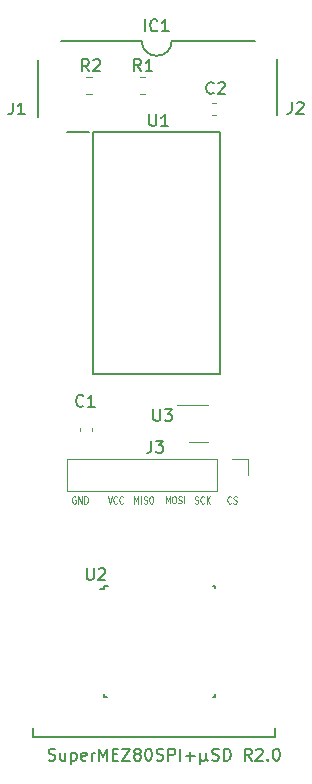
<source format=gto>
%TF.GenerationSoftware,KiCad,Pcbnew,7.0.5*%
%TF.CreationDate,2023-07-19T21:52:06+09:00*%
%TF.ProjectId,MEZ80SPI_NOEX,4d455a38-3053-4504-995f-4e4f45582e6b,2.0*%
%TF.SameCoordinates,PX6e3c370PY76b1be0*%
%TF.FileFunction,Legend,Top*%
%TF.FilePolarity,Positive*%
%FSLAX46Y46*%
G04 Gerber Fmt 4.6, Leading zero omitted, Abs format (unit mm)*
G04 Created by KiCad (PCBNEW 7.0.5) date 2023-07-19 21:52:06*
%MOMM*%
%LPD*%
G01*
G04 APERTURE LIST*
%ADD10C,0.150000*%
%ADD11C,0.100000*%
%ADD12C,0.120000*%
%ADD13C,0.200000*%
G04 APERTURE END LIST*
D10*
X24190000Y60150000D02*
X24190000Y55430000D01*
X24000000Y2750000D02*
X24000000Y3500000D01*
X5910000Y61720000D02*
X12710000Y61720000D01*
X12710000Y61720000D02*
G75*
G03*
X15250000Y61720000I1270000J0D01*
G01*
X3500000Y2750000D02*
X24000000Y2750000D01*
X3960000Y55270000D02*
X3960000Y60120000D01*
X3500000Y3500000D02*
X3500000Y2750000D01*
X15250000Y61720000D02*
X22300000Y61720000D01*
D11*
X14734836Y22548629D02*
X14734836Y23148629D01*
X14734836Y23148629D02*
X14901503Y22720058D01*
X14901503Y22720058D02*
X15068169Y23148629D01*
X15068169Y23148629D02*
X15068169Y22548629D01*
X15401503Y23148629D02*
X15496741Y23148629D01*
X15496741Y23148629D02*
X15544360Y23120058D01*
X15544360Y23120058D02*
X15591979Y23062915D01*
X15591979Y23062915D02*
X15615789Y22948629D01*
X15615789Y22948629D02*
X15615789Y22748629D01*
X15615789Y22748629D02*
X15591979Y22634343D01*
X15591979Y22634343D02*
X15544360Y22577200D01*
X15544360Y22577200D02*
X15496741Y22548629D01*
X15496741Y22548629D02*
X15401503Y22548629D01*
X15401503Y22548629D02*
X15353884Y22577200D01*
X15353884Y22577200D02*
X15306265Y22634343D01*
X15306265Y22634343D02*
X15282456Y22748629D01*
X15282456Y22748629D02*
X15282456Y22948629D01*
X15282456Y22948629D02*
X15306265Y23062915D01*
X15306265Y23062915D02*
X15353884Y23120058D01*
X15353884Y23120058D02*
X15401503Y23148629D01*
X15806266Y22577200D02*
X15877694Y22548629D01*
X15877694Y22548629D02*
X15996742Y22548629D01*
X15996742Y22548629D02*
X16044361Y22577200D01*
X16044361Y22577200D02*
X16068170Y22605772D01*
X16068170Y22605772D02*
X16091980Y22662915D01*
X16091980Y22662915D02*
X16091980Y22720058D01*
X16091980Y22720058D02*
X16068170Y22777200D01*
X16068170Y22777200D02*
X16044361Y22805772D01*
X16044361Y22805772D02*
X15996742Y22834343D01*
X15996742Y22834343D02*
X15901504Y22862915D01*
X15901504Y22862915D02*
X15853885Y22891486D01*
X15853885Y22891486D02*
X15830075Y22920058D01*
X15830075Y22920058D02*
X15806266Y22977200D01*
X15806266Y22977200D02*
X15806266Y23034343D01*
X15806266Y23034343D02*
X15830075Y23091486D01*
X15830075Y23091486D02*
X15853885Y23120058D01*
X15853885Y23120058D02*
X15901504Y23148629D01*
X15901504Y23148629D02*
X16020551Y23148629D01*
X16020551Y23148629D02*
X16091980Y23120058D01*
X16306265Y22548629D02*
X16306265Y23148629D01*
X9833408Y23138629D02*
X10000074Y22538629D01*
X10000074Y22538629D02*
X10166741Y23138629D01*
X10619121Y22595772D02*
X10595312Y22567200D01*
X10595312Y22567200D02*
X10523883Y22538629D01*
X10523883Y22538629D02*
X10476264Y22538629D01*
X10476264Y22538629D02*
X10404836Y22567200D01*
X10404836Y22567200D02*
X10357217Y22624343D01*
X10357217Y22624343D02*
X10333407Y22681486D01*
X10333407Y22681486D02*
X10309598Y22795772D01*
X10309598Y22795772D02*
X10309598Y22881486D01*
X10309598Y22881486D02*
X10333407Y22995772D01*
X10333407Y22995772D02*
X10357217Y23052915D01*
X10357217Y23052915D02*
X10404836Y23110058D01*
X10404836Y23110058D02*
X10476264Y23138629D01*
X10476264Y23138629D02*
X10523883Y23138629D01*
X10523883Y23138629D02*
X10595312Y23110058D01*
X10595312Y23110058D02*
X10619121Y23081486D01*
X11119121Y22595772D02*
X11095312Y22567200D01*
X11095312Y22567200D02*
X11023883Y22538629D01*
X11023883Y22538629D02*
X10976264Y22538629D01*
X10976264Y22538629D02*
X10904836Y22567200D01*
X10904836Y22567200D02*
X10857217Y22624343D01*
X10857217Y22624343D02*
X10833407Y22681486D01*
X10833407Y22681486D02*
X10809598Y22795772D01*
X10809598Y22795772D02*
X10809598Y22881486D01*
X10809598Y22881486D02*
X10833407Y22995772D01*
X10833407Y22995772D02*
X10857217Y23052915D01*
X10857217Y23052915D02*
X10904836Y23110058D01*
X10904836Y23110058D02*
X10976264Y23138629D01*
X10976264Y23138629D02*
X11023883Y23138629D01*
X11023883Y23138629D02*
X11095312Y23110058D01*
X11095312Y23110058D02*
X11119121Y23081486D01*
X12094836Y22538629D02*
X12094836Y23138629D01*
X12094836Y23138629D02*
X12261503Y22710058D01*
X12261503Y22710058D02*
X12428169Y23138629D01*
X12428169Y23138629D02*
X12428169Y22538629D01*
X12666265Y22538629D02*
X12666265Y23138629D01*
X12880551Y22567200D02*
X12951979Y22538629D01*
X12951979Y22538629D02*
X13071027Y22538629D01*
X13071027Y22538629D02*
X13118646Y22567200D01*
X13118646Y22567200D02*
X13142455Y22595772D01*
X13142455Y22595772D02*
X13166265Y22652915D01*
X13166265Y22652915D02*
X13166265Y22710058D01*
X13166265Y22710058D02*
X13142455Y22767200D01*
X13142455Y22767200D02*
X13118646Y22795772D01*
X13118646Y22795772D02*
X13071027Y22824343D01*
X13071027Y22824343D02*
X12975789Y22852915D01*
X12975789Y22852915D02*
X12928170Y22881486D01*
X12928170Y22881486D02*
X12904360Y22910058D01*
X12904360Y22910058D02*
X12880551Y22967200D01*
X12880551Y22967200D02*
X12880551Y23024343D01*
X12880551Y23024343D02*
X12904360Y23081486D01*
X12904360Y23081486D02*
X12928170Y23110058D01*
X12928170Y23110058D02*
X12975789Y23138629D01*
X12975789Y23138629D02*
X13094836Y23138629D01*
X13094836Y23138629D02*
X13166265Y23110058D01*
X13475788Y23138629D02*
X13571026Y23138629D01*
X13571026Y23138629D02*
X13618645Y23110058D01*
X13618645Y23110058D02*
X13666264Y23052915D01*
X13666264Y23052915D02*
X13690074Y22938629D01*
X13690074Y22938629D02*
X13690074Y22738629D01*
X13690074Y22738629D02*
X13666264Y22624343D01*
X13666264Y22624343D02*
X13618645Y22567200D01*
X13618645Y22567200D02*
X13571026Y22538629D01*
X13571026Y22538629D02*
X13475788Y22538629D01*
X13475788Y22538629D02*
X13428169Y22567200D01*
X13428169Y22567200D02*
X13380550Y22624343D01*
X13380550Y22624343D02*
X13356741Y22738629D01*
X13356741Y22738629D02*
X13356741Y22938629D01*
X13356741Y22938629D02*
X13380550Y23052915D01*
X13380550Y23052915D02*
X13428169Y23110058D01*
X13428169Y23110058D02*
X13475788Y23138629D01*
X7096741Y23110058D02*
X7049122Y23138629D01*
X7049122Y23138629D02*
X6977693Y23138629D01*
X6977693Y23138629D02*
X6906265Y23110058D01*
X6906265Y23110058D02*
X6858646Y23052915D01*
X6858646Y23052915D02*
X6834836Y22995772D01*
X6834836Y22995772D02*
X6811027Y22881486D01*
X6811027Y22881486D02*
X6811027Y22795772D01*
X6811027Y22795772D02*
X6834836Y22681486D01*
X6834836Y22681486D02*
X6858646Y22624343D01*
X6858646Y22624343D02*
X6906265Y22567200D01*
X6906265Y22567200D02*
X6977693Y22538629D01*
X6977693Y22538629D02*
X7025312Y22538629D01*
X7025312Y22538629D02*
X7096741Y22567200D01*
X7096741Y22567200D02*
X7120550Y22595772D01*
X7120550Y22595772D02*
X7120550Y22795772D01*
X7120550Y22795772D02*
X7025312Y22795772D01*
X7334836Y22538629D02*
X7334836Y23138629D01*
X7334836Y23138629D02*
X7620550Y22538629D01*
X7620550Y22538629D02*
X7620550Y23138629D01*
X7858646Y22538629D02*
X7858646Y23138629D01*
X7858646Y23138629D02*
X7977694Y23138629D01*
X7977694Y23138629D02*
X8049122Y23110058D01*
X8049122Y23110058D02*
X8096741Y23052915D01*
X8096741Y23052915D02*
X8120551Y22995772D01*
X8120551Y22995772D02*
X8144360Y22881486D01*
X8144360Y22881486D02*
X8144360Y22795772D01*
X8144360Y22795772D02*
X8120551Y22681486D01*
X8120551Y22681486D02*
X8096741Y22624343D01*
X8096741Y22624343D02*
X8049122Y22567200D01*
X8049122Y22567200D02*
X7977694Y22538629D01*
X7977694Y22538629D02*
X7858646Y22538629D01*
D10*
X12996779Y62520181D02*
X12996779Y63520181D01*
X14044397Y62615420D02*
X13996778Y62567800D01*
X13996778Y62567800D02*
X13853921Y62520181D01*
X13853921Y62520181D02*
X13758683Y62520181D01*
X13758683Y62520181D02*
X13615826Y62567800D01*
X13615826Y62567800D02*
X13520588Y62663039D01*
X13520588Y62663039D02*
X13472969Y62758277D01*
X13472969Y62758277D02*
X13425350Y62948753D01*
X13425350Y62948753D02*
X13425350Y63091610D01*
X13425350Y63091610D02*
X13472969Y63282086D01*
X13472969Y63282086D02*
X13520588Y63377324D01*
X13520588Y63377324D02*
X13615826Y63472562D01*
X13615826Y63472562D02*
X13758683Y63520181D01*
X13758683Y63520181D02*
X13853921Y63520181D01*
X13853921Y63520181D02*
X13996778Y63472562D01*
X13996778Y63472562D02*
X14044397Y63424943D01*
X14996778Y62520181D02*
X14425350Y62520181D01*
X14711064Y62520181D02*
X14711064Y63520181D01*
X14711064Y63520181D02*
X14615826Y63377324D01*
X14615826Y63377324D02*
X14520588Y63282086D01*
X14520588Y63282086D02*
X14425350Y63234467D01*
D11*
X17201027Y22567200D02*
X17272455Y22538629D01*
X17272455Y22538629D02*
X17391503Y22538629D01*
X17391503Y22538629D02*
X17439122Y22567200D01*
X17439122Y22567200D02*
X17462931Y22595772D01*
X17462931Y22595772D02*
X17486741Y22652915D01*
X17486741Y22652915D02*
X17486741Y22710058D01*
X17486741Y22710058D02*
X17462931Y22767200D01*
X17462931Y22767200D02*
X17439122Y22795772D01*
X17439122Y22795772D02*
X17391503Y22824343D01*
X17391503Y22824343D02*
X17296265Y22852915D01*
X17296265Y22852915D02*
X17248646Y22881486D01*
X17248646Y22881486D02*
X17224836Y22910058D01*
X17224836Y22910058D02*
X17201027Y22967200D01*
X17201027Y22967200D02*
X17201027Y23024343D01*
X17201027Y23024343D02*
X17224836Y23081486D01*
X17224836Y23081486D02*
X17248646Y23110058D01*
X17248646Y23110058D02*
X17296265Y23138629D01*
X17296265Y23138629D02*
X17415312Y23138629D01*
X17415312Y23138629D02*
X17486741Y23110058D01*
X17986740Y22595772D02*
X17962931Y22567200D01*
X17962931Y22567200D02*
X17891502Y22538629D01*
X17891502Y22538629D02*
X17843883Y22538629D01*
X17843883Y22538629D02*
X17772455Y22567200D01*
X17772455Y22567200D02*
X17724836Y22624343D01*
X17724836Y22624343D02*
X17701026Y22681486D01*
X17701026Y22681486D02*
X17677217Y22795772D01*
X17677217Y22795772D02*
X17677217Y22881486D01*
X17677217Y22881486D02*
X17701026Y22995772D01*
X17701026Y22995772D02*
X17724836Y23052915D01*
X17724836Y23052915D02*
X17772455Y23110058D01*
X17772455Y23110058D02*
X17843883Y23138629D01*
X17843883Y23138629D02*
X17891502Y23138629D01*
X17891502Y23138629D02*
X17962931Y23110058D01*
X17962931Y23110058D02*
X17986740Y23081486D01*
X18201026Y22538629D02*
X18201026Y23138629D01*
X18486740Y22538629D02*
X18272455Y22881486D01*
X18486740Y23138629D02*
X18201026Y22795772D01*
D10*
X4819160Y827800D02*
X4962017Y780181D01*
X4962017Y780181D02*
X5200112Y780181D01*
X5200112Y780181D02*
X5295350Y827800D01*
X5295350Y827800D02*
X5342969Y875420D01*
X5342969Y875420D02*
X5390588Y970658D01*
X5390588Y970658D02*
X5390588Y1065896D01*
X5390588Y1065896D02*
X5342969Y1161134D01*
X5342969Y1161134D02*
X5295350Y1208753D01*
X5295350Y1208753D02*
X5200112Y1256372D01*
X5200112Y1256372D02*
X5009636Y1303991D01*
X5009636Y1303991D02*
X4914398Y1351610D01*
X4914398Y1351610D02*
X4866779Y1399229D01*
X4866779Y1399229D02*
X4819160Y1494467D01*
X4819160Y1494467D02*
X4819160Y1589705D01*
X4819160Y1589705D02*
X4866779Y1684943D01*
X4866779Y1684943D02*
X4914398Y1732562D01*
X4914398Y1732562D02*
X5009636Y1780181D01*
X5009636Y1780181D02*
X5247731Y1780181D01*
X5247731Y1780181D02*
X5390588Y1732562D01*
X6247731Y1446848D02*
X6247731Y780181D01*
X5819160Y1446848D02*
X5819160Y923039D01*
X5819160Y923039D02*
X5866779Y827800D01*
X5866779Y827800D02*
X5962017Y780181D01*
X5962017Y780181D02*
X6104874Y780181D01*
X6104874Y780181D02*
X6200112Y827800D01*
X6200112Y827800D02*
X6247731Y875420D01*
X6723922Y1446848D02*
X6723922Y446848D01*
X6723922Y1399229D02*
X6819160Y1446848D01*
X6819160Y1446848D02*
X7009636Y1446848D01*
X7009636Y1446848D02*
X7104874Y1399229D01*
X7104874Y1399229D02*
X7152493Y1351610D01*
X7152493Y1351610D02*
X7200112Y1256372D01*
X7200112Y1256372D02*
X7200112Y970658D01*
X7200112Y970658D02*
X7152493Y875420D01*
X7152493Y875420D02*
X7104874Y827800D01*
X7104874Y827800D02*
X7009636Y780181D01*
X7009636Y780181D02*
X6819160Y780181D01*
X6819160Y780181D02*
X6723922Y827800D01*
X8009636Y827800D02*
X7914398Y780181D01*
X7914398Y780181D02*
X7723922Y780181D01*
X7723922Y780181D02*
X7628684Y827800D01*
X7628684Y827800D02*
X7581065Y923039D01*
X7581065Y923039D02*
X7581065Y1303991D01*
X7581065Y1303991D02*
X7628684Y1399229D01*
X7628684Y1399229D02*
X7723922Y1446848D01*
X7723922Y1446848D02*
X7914398Y1446848D01*
X7914398Y1446848D02*
X8009636Y1399229D01*
X8009636Y1399229D02*
X8057255Y1303991D01*
X8057255Y1303991D02*
X8057255Y1208753D01*
X8057255Y1208753D02*
X7581065Y1113515D01*
X8485827Y780181D02*
X8485827Y1446848D01*
X8485827Y1256372D02*
X8533446Y1351610D01*
X8533446Y1351610D02*
X8581065Y1399229D01*
X8581065Y1399229D02*
X8676303Y1446848D01*
X8676303Y1446848D02*
X8771541Y1446848D01*
X9104875Y780181D02*
X9104875Y1780181D01*
X9104875Y1780181D02*
X9438208Y1065896D01*
X9438208Y1065896D02*
X9771541Y1780181D01*
X9771541Y1780181D02*
X9771541Y780181D01*
X10247732Y1303991D02*
X10581065Y1303991D01*
X10723922Y780181D02*
X10247732Y780181D01*
X10247732Y780181D02*
X10247732Y1780181D01*
X10247732Y1780181D02*
X10723922Y1780181D01*
X11057256Y1780181D02*
X11723922Y1780181D01*
X11723922Y1780181D02*
X11057256Y780181D01*
X11057256Y780181D02*
X11723922Y780181D01*
X12247732Y1351610D02*
X12152494Y1399229D01*
X12152494Y1399229D02*
X12104875Y1446848D01*
X12104875Y1446848D02*
X12057256Y1542086D01*
X12057256Y1542086D02*
X12057256Y1589705D01*
X12057256Y1589705D02*
X12104875Y1684943D01*
X12104875Y1684943D02*
X12152494Y1732562D01*
X12152494Y1732562D02*
X12247732Y1780181D01*
X12247732Y1780181D02*
X12438208Y1780181D01*
X12438208Y1780181D02*
X12533446Y1732562D01*
X12533446Y1732562D02*
X12581065Y1684943D01*
X12581065Y1684943D02*
X12628684Y1589705D01*
X12628684Y1589705D02*
X12628684Y1542086D01*
X12628684Y1542086D02*
X12581065Y1446848D01*
X12581065Y1446848D02*
X12533446Y1399229D01*
X12533446Y1399229D02*
X12438208Y1351610D01*
X12438208Y1351610D02*
X12247732Y1351610D01*
X12247732Y1351610D02*
X12152494Y1303991D01*
X12152494Y1303991D02*
X12104875Y1256372D01*
X12104875Y1256372D02*
X12057256Y1161134D01*
X12057256Y1161134D02*
X12057256Y970658D01*
X12057256Y970658D02*
X12104875Y875420D01*
X12104875Y875420D02*
X12152494Y827800D01*
X12152494Y827800D02*
X12247732Y780181D01*
X12247732Y780181D02*
X12438208Y780181D01*
X12438208Y780181D02*
X12533446Y827800D01*
X12533446Y827800D02*
X12581065Y875420D01*
X12581065Y875420D02*
X12628684Y970658D01*
X12628684Y970658D02*
X12628684Y1161134D01*
X12628684Y1161134D02*
X12581065Y1256372D01*
X12581065Y1256372D02*
X12533446Y1303991D01*
X12533446Y1303991D02*
X12438208Y1351610D01*
X13247732Y1780181D02*
X13342970Y1780181D01*
X13342970Y1780181D02*
X13438208Y1732562D01*
X13438208Y1732562D02*
X13485827Y1684943D01*
X13485827Y1684943D02*
X13533446Y1589705D01*
X13533446Y1589705D02*
X13581065Y1399229D01*
X13581065Y1399229D02*
X13581065Y1161134D01*
X13581065Y1161134D02*
X13533446Y970658D01*
X13533446Y970658D02*
X13485827Y875420D01*
X13485827Y875420D02*
X13438208Y827800D01*
X13438208Y827800D02*
X13342970Y780181D01*
X13342970Y780181D02*
X13247732Y780181D01*
X13247732Y780181D02*
X13152494Y827800D01*
X13152494Y827800D02*
X13104875Y875420D01*
X13104875Y875420D02*
X13057256Y970658D01*
X13057256Y970658D02*
X13009637Y1161134D01*
X13009637Y1161134D02*
X13009637Y1399229D01*
X13009637Y1399229D02*
X13057256Y1589705D01*
X13057256Y1589705D02*
X13104875Y1684943D01*
X13104875Y1684943D02*
X13152494Y1732562D01*
X13152494Y1732562D02*
X13247732Y1780181D01*
X13962018Y827800D02*
X14104875Y780181D01*
X14104875Y780181D02*
X14342970Y780181D01*
X14342970Y780181D02*
X14438208Y827800D01*
X14438208Y827800D02*
X14485827Y875420D01*
X14485827Y875420D02*
X14533446Y970658D01*
X14533446Y970658D02*
X14533446Y1065896D01*
X14533446Y1065896D02*
X14485827Y1161134D01*
X14485827Y1161134D02*
X14438208Y1208753D01*
X14438208Y1208753D02*
X14342970Y1256372D01*
X14342970Y1256372D02*
X14152494Y1303991D01*
X14152494Y1303991D02*
X14057256Y1351610D01*
X14057256Y1351610D02*
X14009637Y1399229D01*
X14009637Y1399229D02*
X13962018Y1494467D01*
X13962018Y1494467D02*
X13962018Y1589705D01*
X13962018Y1589705D02*
X14009637Y1684943D01*
X14009637Y1684943D02*
X14057256Y1732562D01*
X14057256Y1732562D02*
X14152494Y1780181D01*
X14152494Y1780181D02*
X14390589Y1780181D01*
X14390589Y1780181D02*
X14533446Y1732562D01*
X14962018Y780181D02*
X14962018Y1780181D01*
X14962018Y1780181D02*
X15342970Y1780181D01*
X15342970Y1780181D02*
X15438208Y1732562D01*
X15438208Y1732562D02*
X15485827Y1684943D01*
X15485827Y1684943D02*
X15533446Y1589705D01*
X15533446Y1589705D02*
X15533446Y1446848D01*
X15533446Y1446848D02*
X15485827Y1351610D01*
X15485827Y1351610D02*
X15438208Y1303991D01*
X15438208Y1303991D02*
X15342970Y1256372D01*
X15342970Y1256372D02*
X14962018Y1256372D01*
X15962018Y780181D02*
X15962018Y1780181D01*
X16438208Y1161134D02*
X17200113Y1161134D01*
X16819160Y780181D02*
X16819160Y1542086D01*
X17676303Y1446848D02*
X17676303Y446848D01*
X18152493Y923039D02*
X18200112Y827800D01*
X18200112Y827800D02*
X18295350Y780181D01*
X17676303Y923039D02*
X17723922Y827800D01*
X17723922Y827800D02*
X17819160Y780181D01*
X17819160Y780181D02*
X18009636Y780181D01*
X18009636Y780181D02*
X18104874Y827800D01*
X18104874Y827800D02*
X18152493Y923039D01*
X18152493Y923039D02*
X18152493Y1446848D01*
X18676303Y827800D02*
X18819160Y780181D01*
X18819160Y780181D02*
X19057255Y780181D01*
X19057255Y780181D02*
X19152493Y827800D01*
X19152493Y827800D02*
X19200112Y875420D01*
X19200112Y875420D02*
X19247731Y970658D01*
X19247731Y970658D02*
X19247731Y1065896D01*
X19247731Y1065896D02*
X19200112Y1161134D01*
X19200112Y1161134D02*
X19152493Y1208753D01*
X19152493Y1208753D02*
X19057255Y1256372D01*
X19057255Y1256372D02*
X18866779Y1303991D01*
X18866779Y1303991D02*
X18771541Y1351610D01*
X18771541Y1351610D02*
X18723922Y1399229D01*
X18723922Y1399229D02*
X18676303Y1494467D01*
X18676303Y1494467D02*
X18676303Y1589705D01*
X18676303Y1589705D02*
X18723922Y1684943D01*
X18723922Y1684943D02*
X18771541Y1732562D01*
X18771541Y1732562D02*
X18866779Y1780181D01*
X18866779Y1780181D02*
X19104874Y1780181D01*
X19104874Y1780181D02*
X19247731Y1732562D01*
X19676303Y780181D02*
X19676303Y1780181D01*
X19676303Y1780181D02*
X19914398Y1780181D01*
X19914398Y1780181D02*
X20057255Y1732562D01*
X20057255Y1732562D02*
X20152493Y1637324D01*
X20152493Y1637324D02*
X20200112Y1542086D01*
X20200112Y1542086D02*
X20247731Y1351610D01*
X20247731Y1351610D02*
X20247731Y1208753D01*
X20247731Y1208753D02*
X20200112Y1018277D01*
X20200112Y1018277D02*
X20152493Y923039D01*
X20152493Y923039D02*
X20057255Y827800D01*
X20057255Y827800D02*
X19914398Y780181D01*
X19914398Y780181D02*
X19676303Y780181D01*
X22009636Y780181D02*
X21676303Y1256372D01*
X21438208Y780181D02*
X21438208Y1780181D01*
X21438208Y1780181D02*
X21819160Y1780181D01*
X21819160Y1780181D02*
X21914398Y1732562D01*
X21914398Y1732562D02*
X21962017Y1684943D01*
X21962017Y1684943D02*
X22009636Y1589705D01*
X22009636Y1589705D02*
X22009636Y1446848D01*
X22009636Y1446848D02*
X21962017Y1351610D01*
X21962017Y1351610D02*
X21914398Y1303991D01*
X21914398Y1303991D02*
X21819160Y1256372D01*
X21819160Y1256372D02*
X21438208Y1256372D01*
X22390589Y1684943D02*
X22438208Y1732562D01*
X22438208Y1732562D02*
X22533446Y1780181D01*
X22533446Y1780181D02*
X22771541Y1780181D01*
X22771541Y1780181D02*
X22866779Y1732562D01*
X22866779Y1732562D02*
X22914398Y1684943D01*
X22914398Y1684943D02*
X22962017Y1589705D01*
X22962017Y1589705D02*
X22962017Y1494467D01*
X22962017Y1494467D02*
X22914398Y1351610D01*
X22914398Y1351610D02*
X22342970Y780181D01*
X22342970Y780181D02*
X22962017Y780181D01*
X23390589Y875420D02*
X23438208Y827800D01*
X23438208Y827800D02*
X23390589Y780181D01*
X23390589Y780181D02*
X23342970Y827800D01*
X23342970Y827800D02*
X23390589Y875420D01*
X23390589Y875420D02*
X23390589Y780181D01*
X24057255Y1780181D02*
X24152493Y1780181D01*
X24152493Y1780181D02*
X24247731Y1732562D01*
X24247731Y1732562D02*
X24295350Y1684943D01*
X24295350Y1684943D02*
X24342969Y1589705D01*
X24342969Y1589705D02*
X24390588Y1399229D01*
X24390588Y1399229D02*
X24390588Y1161134D01*
X24390588Y1161134D02*
X24342969Y970658D01*
X24342969Y970658D02*
X24295350Y875420D01*
X24295350Y875420D02*
X24247731Y827800D01*
X24247731Y827800D02*
X24152493Y780181D01*
X24152493Y780181D02*
X24057255Y780181D01*
X24057255Y780181D02*
X23962017Y827800D01*
X23962017Y827800D02*
X23914398Y875420D01*
X23914398Y875420D02*
X23866779Y970658D01*
X23866779Y970658D02*
X23819160Y1161134D01*
X23819160Y1161134D02*
X23819160Y1399229D01*
X23819160Y1399229D02*
X23866779Y1589705D01*
X23866779Y1589705D02*
X23914398Y1684943D01*
X23914398Y1684943D02*
X23962017Y1732562D01*
X23962017Y1732562D02*
X24057255Y1780181D01*
D11*
X20280550Y22595772D02*
X20256741Y22567200D01*
X20256741Y22567200D02*
X20185312Y22538629D01*
X20185312Y22538629D02*
X20137693Y22538629D01*
X20137693Y22538629D02*
X20066265Y22567200D01*
X20066265Y22567200D02*
X20018646Y22624343D01*
X20018646Y22624343D02*
X19994836Y22681486D01*
X19994836Y22681486D02*
X19971027Y22795772D01*
X19971027Y22795772D02*
X19971027Y22881486D01*
X19971027Y22881486D02*
X19994836Y22995772D01*
X19994836Y22995772D02*
X20018646Y23052915D01*
X20018646Y23052915D02*
X20066265Y23110058D01*
X20066265Y23110058D02*
X20137693Y23138629D01*
X20137693Y23138629D02*
X20185312Y23138629D01*
X20185312Y23138629D02*
X20256741Y23110058D01*
X20256741Y23110058D02*
X20280550Y23081486D01*
X20471027Y22567200D02*
X20542455Y22538629D01*
X20542455Y22538629D02*
X20661503Y22538629D01*
X20661503Y22538629D02*
X20709122Y22567200D01*
X20709122Y22567200D02*
X20732931Y22595772D01*
X20732931Y22595772D02*
X20756741Y22652915D01*
X20756741Y22652915D02*
X20756741Y22710058D01*
X20756741Y22710058D02*
X20732931Y22767200D01*
X20732931Y22767200D02*
X20709122Y22795772D01*
X20709122Y22795772D02*
X20661503Y22824343D01*
X20661503Y22824343D02*
X20566265Y22852915D01*
X20566265Y22852915D02*
X20518646Y22881486D01*
X20518646Y22881486D02*
X20494836Y22910058D01*
X20494836Y22910058D02*
X20471027Y22967200D01*
X20471027Y22967200D02*
X20471027Y23024343D01*
X20471027Y23024343D02*
X20494836Y23081486D01*
X20494836Y23081486D02*
X20518646Y23110058D01*
X20518646Y23110058D02*
X20566265Y23138629D01*
X20566265Y23138629D02*
X20685312Y23138629D01*
X20685312Y23138629D02*
X20756741Y23110058D01*
D10*
X12653333Y59155181D02*
X12320000Y59631372D01*
X12081905Y59155181D02*
X12081905Y60155181D01*
X12081905Y60155181D02*
X12462857Y60155181D01*
X12462857Y60155181D02*
X12558095Y60107562D01*
X12558095Y60107562D02*
X12605714Y60059943D01*
X12605714Y60059943D02*
X12653333Y59964705D01*
X12653333Y59964705D02*
X12653333Y59821848D01*
X12653333Y59821848D02*
X12605714Y59726610D01*
X12605714Y59726610D02*
X12558095Y59678991D01*
X12558095Y59678991D02*
X12462857Y59631372D01*
X12462857Y59631372D02*
X12081905Y59631372D01*
X13605714Y59155181D02*
X13034286Y59155181D01*
X13320000Y59155181D02*
X13320000Y60155181D01*
X13320000Y60155181D02*
X13224762Y60012324D01*
X13224762Y60012324D02*
X13129524Y59917086D01*
X13129524Y59917086D02*
X13034286Y59869467D01*
X13526666Y27855181D02*
X13526666Y27140896D01*
X13526666Y27140896D02*
X13479047Y26998039D01*
X13479047Y26998039D02*
X13383809Y26902800D01*
X13383809Y26902800D02*
X13240952Y26855181D01*
X13240952Y26855181D02*
X13145714Y26855181D01*
X13907619Y27855181D02*
X14526666Y27855181D01*
X14526666Y27855181D02*
X14193333Y27474229D01*
X14193333Y27474229D02*
X14336190Y27474229D01*
X14336190Y27474229D02*
X14431428Y27426610D01*
X14431428Y27426610D02*
X14479047Y27378991D01*
X14479047Y27378991D02*
X14526666Y27283753D01*
X14526666Y27283753D02*
X14526666Y27045658D01*
X14526666Y27045658D02*
X14479047Y26950420D01*
X14479047Y26950420D02*
X14431428Y26902800D01*
X14431428Y26902800D02*
X14336190Y26855181D01*
X14336190Y26855181D02*
X14050476Y26855181D01*
X14050476Y26855181D02*
X13955238Y26902800D01*
X13955238Y26902800D02*
X13907619Y26950420D01*
X7773333Y30830420D02*
X7725714Y30782800D01*
X7725714Y30782800D02*
X7582857Y30735181D01*
X7582857Y30735181D02*
X7487619Y30735181D01*
X7487619Y30735181D02*
X7344762Y30782800D01*
X7344762Y30782800D02*
X7249524Y30878039D01*
X7249524Y30878039D02*
X7201905Y30973277D01*
X7201905Y30973277D02*
X7154286Y31163753D01*
X7154286Y31163753D02*
X7154286Y31306610D01*
X7154286Y31306610D02*
X7201905Y31497086D01*
X7201905Y31497086D02*
X7249524Y31592324D01*
X7249524Y31592324D02*
X7344762Y31687562D01*
X7344762Y31687562D02*
X7487619Y31735181D01*
X7487619Y31735181D02*
X7582857Y31735181D01*
X7582857Y31735181D02*
X7725714Y31687562D01*
X7725714Y31687562D02*
X7773333Y31639943D01*
X8725714Y30735181D02*
X8154286Y30735181D01*
X8440000Y30735181D02*
X8440000Y31735181D01*
X8440000Y31735181D02*
X8344762Y31592324D01*
X8344762Y31592324D02*
X8249524Y31497086D01*
X8249524Y31497086D02*
X8154286Y31449467D01*
X8065595Y17065181D02*
X8065595Y16255658D01*
X8065595Y16255658D02*
X8113214Y16160420D01*
X8113214Y16160420D02*
X8160833Y16112800D01*
X8160833Y16112800D02*
X8256071Y16065181D01*
X8256071Y16065181D02*
X8446547Y16065181D01*
X8446547Y16065181D02*
X8541785Y16112800D01*
X8541785Y16112800D02*
X8589404Y16160420D01*
X8589404Y16160420D02*
X8637023Y16255658D01*
X8637023Y16255658D02*
X8637023Y17065181D01*
X9065595Y16969943D02*
X9113214Y17017562D01*
X9113214Y17017562D02*
X9208452Y17065181D01*
X9208452Y17065181D02*
X9446547Y17065181D01*
X9446547Y17065181D02*
X9541785Y17017562D01*
X9541785Y17017562D02*
X9589404Y16969943D01*
X9589404Y16969943D02*
X9637023Y16874705D01*
X9637023Y16874705D02*
X9637023Y16779467D01*
X9637023Y16779467D02*
X9589404Y16636610D01*
X9589404Y16636610D02*
X9017976Y16065181D01*
X9017976Y16065181D02*
X9637023Y16065181D01*
X13698095Y30535181D02*
X13698095Y29725658D01*
X13698095Y29725658D02*
X13745714Y29630420D01*
X13745714Y29630420D02*
X13793333Y29582800D01*
X13793333Y29582800D02*
X13888571Y29535181D01*
X13888571Y29535181D02*
X14079047Y29535181D01*
X14079047Y29535181D02*
X14174285Y29582800D01*
X14174285Y29582800D02*
X14221904Y29630420D01*
X14221904Y29630420D02*
X14269523Y29725658D01*
X14269523Y29725658D02*
X14269523Y30535181D01*
X14650476Y30535181D02*
X15269523Y30535181D01*
X15269523Y30535181D02*
X14936190Y30154229D01*
X14936190Y30154229D02*
X15079047Y30154229D01*
X15079047Y30154229D02*
X15174285Y30106610D01*
X15174285Y30106610D02*
X15221904Y30058991D01*
X15221904Y30058991D02*
X15269523Y29963753D01*
X15269523Y29963753D02*
X15269523Y29725658D01*
X15269523Y29725658D02*
X15221904Y29630420D01*
X15221904Y29630420D02*
X15174285Y29582800D01*
X15174285Y29582800D02*
X15079047Y29535181D01*
X15079047Y29535181D02*
X14793333Y29535181D01*
X14793333Y29535181D02*
X14698095Y29582800D01*
X14698095Y29582800D02*
X14650476Y29630420D01*
X13368095Y55505181D02*
X13368095Y54695658D01*
X13368095Y54695658D02*
X13415714Y54600420D01*
X13415714Y54600420D02*
X13463333Y54552800D01*
X13463333Y54552800D02*
X13558571Y54505181D01*
X13558571Y54505181D02*
X13749047Y54505181D01*
X13749047Y54505181D02*
X13844285Y54552800D01*
X13844285Y54552800D02*
X13891904Y54600420D01*
X13891904Y54600420D02*
X13939523Y54695658D01*
X13939523Y54695658D02*
X13939523Y55505181D01*
X14939523Y54505181D02*
X14368095Y54505181D01*
X14653809Y54505181D02*
X14653809Y55505181D01*
X14653809Y55505181D02*
X14558571Y55362324D01*
X14558571Y55362324D02*
X14463333Y55267086D01*
X14463333Y55267086D02*
X14368095Y55219467D01*
X18793333Y57310420D02*
X18745714Y57262800D01*
X18745714Y57262800D02*
X18602857Y57215181D01*
X18602857Y57215181D02*
X18507619Y57215181D01*
X18507619Y57215181D02*
X18364762Y57262800D01*
X18364762Y57262800D02*
X18269524Y57358039D01*
X18269524Y57358039D02*
X18221905Y57453277D01*
X18221905Y57453277D02*
X18174286Y57643753D01*
X18174286Y57643753D02*
X18174286Y57786610D01*
X18174286Y57786610D02*
X18221905Y57977086D01*
X18221905Y57977086D02*
X18269524Y58072324D01*
X18269524Y58072324D02*
X18364762Y58167562D01*
X18364762Y58167562D02*
X18507619Y58215181D01*
X18507619Y58215181D02*
X18602857Y58215181D01*
X18602857Y58215181D02*
X18745714Y58167562D01*
X18745714Y58167562D02*
X18793333Y58119943D01*
X19174286Y58119943D02*
X19221905Y58167562D01*
X19221905Y58167562D02*
X19317143Y58215181D01*
X19317143Y58215181D02*
X19555238Y58215181D01*
X19555238Y58215181D02*
X19650476Y58167562D01*
X19650476Y58167562D02*
X19698095Y58119943D01*
X19698095Y58119943D02*
X19745714Y58024705D01*
X19745714Y58024705D02*
X19745714Y57929467D01*
X19745714Y57929467D02*
X19698095Y57786610D01*
X19698095Y57786610D02*
X19126667Y57215181D01*
X19126667Y57215181D02*
X19745714Y57215181D01*
X8243333Y59145181D02*
X7910000Y59621372D01*
X7671905Y59145181D02*
X7671905Y60145181D01*
X7671905Y60145181D02*
X8052857Y60145181D01*
X8052857Y60145181D02*
X8148095Y60097562D01*
X8148095Y60097562D02*
X8195714Y60049943D01*
X8195714Y60049943D02*
X8243333Y59954705D01*
X8243333Y59954705D02*
X8243333Y59811848D01*
X8243333Y59811848D02*
X8195714Y59716610D01*
X8195714Y59716610D02*
X8148095Y59668991D01*
X8148095Y59668991D02*
X8052857Y59621372D01*
X8052857Y59621372D02*
X7671905Y59621372D01*
X8624286Y60049943D02*
X8671905Y60097562D01*
X8671905Y60097562D02*
X8767143Y60145181D01*
X8767143Y60145181D02*
X9005238Y60145181D01*
X9005238Y60145181D02*
X9100476Y60097562D01*
X9100476Y60097562D02*
X9148095Y60049943D01*
X9148095Y60049943D02*
X9195714Y59954705D01*
X9195714Y59954705D02*
X9195714Y59859467D01*
X9195714Y59859467D02*
X9148095Y59716610D01*
X9148095Y59716610D02*
X8576667Y59145181D01*
X8576667Y59145181D02*
X9195714Y59145181D01*
X1796666Y56485181D02*
X1796666Y55770896D01*
X1796666Y55770896D02*
X1749047Y55628039D01*
X1749047Y55628039D02*
X1653809Y55532800D01*
X1653809Y55532800D02*
X1510952Y55485181D01*
X1510952Y55485181D02*
X1415714Y55485181D01*
X2796666Y55485181D02*
X2225238Y55485181D01*
X2510952Y55485181D02*
X2510952Y56485181D01*
X2510952Y56485181D02*
X2415714Y56342324D01*
X2415714Y56342324D02*
X2320476Y56247086D01*
X2320476Y56247086D02*
X2225238Y56199467D01*
X25416666Y56535181D02*
X25416666Y55820896D01*
X25416666Y55820896D02*
X25369047Y55678039D01*
X25369047Y55678039D02*
X25273809Y55582800D01*
X25273809Y55582800D02*
X25130952Y55535181D01*
X25130952Y55535181D02*
X25035714Y55535181D01*
X25845238Y56439943D02*
X25892857Y56487562D01*
X25892857Y56487562D02*
X25988095Y56535181D01*
X25988095Y56535181D02*
X26226190Y56535181D01*
X26226190Y56535181D02*
X26321428Y56487562D01*
X26321428Y56487562D02*
X26369047Y56439943D01*
X26369047Y56439943D02*
X26416666Y56344705D01*
X26416666Y56344705D02*
X26416666Y56249467D01*
X26416666Y56249467D02*
X26369047Y56106610D01*
X26369047Y56106610D02*
X25797619Y55535181D01*
X25797619Y55535181D02*
X26416666Y55535181D01*
D12*
X12997064Y57215000D02*
X12542936Y57215000D01*
X12997064Y58685000D02*
X12542936Y58685000D01*
X21720000Y26280000D02*
X21720000Y24950000D01*
X20390000Y26280000D02*
X21720000Y26280000D01*
X19120000Y26280000D02*
X6360000Y26280000D01*
X19120000Y26280000D02*
X19120000Y23620000D01*
X6360000Y26280000D02*
X6360000Y23620000D01*
X19120000Y23620000D02*
X6360000Y23620000D01*
X8480000Y28948767D02*
X8480000Y28656233D01*
X7460000Y28948767D02*
X7460000Y28656233D01*
D10*
X9547500Y15590000D02*
X9547500Y15315000D01*
X9547500Y15590000D02*
X9847500Y15590000D01*
X9547500Y15290000D02*
X9147500Y15290000D01*
X9547500Y6190000D02*
X9547500Y6427500D01*
X9547500Y6190000D02*
X9785000Y6190000D01*
X18947500Y15590000D02*
X18710000Y15590000D01*
X18947500Y15590000D02*
X18947500Y15390000D01*
X18947500Y6190000D02*
X18710000Y6190000D01*
X18947500Y6190000D02*
X18947500Y6427500D01*
D12*
X17512500Y30900000D02*
X15712500Y30900000D01*
X17512500Y30900000D02*
X18312500Y30900000D01*
X17512500Y27780000D02*
X16712500Y27780000D01*
X17512500Y27780000D02*
X18312500Y27780000D01*
D13*
X6405000Y53990000D02*
X8255000Y53990000D01*
X8605000Y53987000D02*
X19355000Y53987000D01*
X8605000Y33543000D02*
X8605000Y53987000D01*
X19355000Y53987000D02*
X19355000Y33543000D01*
X19355000Y33543000D02*
X8605000Y33543000D01*
D12*
X18681233Y56480000D02*
X18973767Y56480000D01*
X18681233Y55460000D02*
X18973767Y55460000D01*
X8022936Y58685000D02*
X8477064Y58685000D01*
X8022936Y57215000D02*
X8477064Y57215000D01*
M02*

</source>
